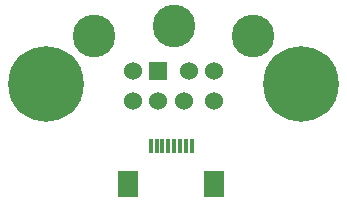
<source format=gts>
%TF.GenerationSoftware,KiCad,Pcbnew,5.1.10-88a1d61d58~89~ubuntu20.04.1*%
%TF.CreationDate,2021-10-06T22:51:07-05:00*%
%TF.ProjectId,portboard_ffc,706f7274-626f-4617-9264-5f6666632e6b,rev?*%
%TF.SameCoordinates,Original*%
%TF.FileFunction,Soldermask,Top*%
%TF.FilePolarity,Negative*%
%FSLAX46Y46*%
G04 Gerber Fmt 4.6, Leading zero omitted, Abs format (unit mm)*
G04 Created by KiCad (PCBNEW 5.1.10-88a1d61d58~89~ubuntu20.04.1) date 2021-10-06 22:51:07*
%MOMM*%
%LPD*%
G01*
G04 APERTURE LIST*
%ADD10C,1.524000*%
%ADD11C,3.601600*%
%ADD12C,6.400000*%
%ADD13R,1.800000X2.200000*%
%ADD14R,0.300000X1.300000*%
G04 APERTURE END LIST*
D10*
%TO.C,J2*%
X67829000Y-41053000D03*
X65629000Y-41053000D03*
X63529000Y-41053000D03*
X70329000Y-41053000D03*
X70329000Y-38553000D03*
X63529000Y-38553000D03*
G36*
G01*
X64867000Y-39264200D02*
X64867000Y-37841800D01*
G75*
G02*
X64917800Y-37791000I50800J0D01*
G01*
X66340200Y-37791000D01*
G75*
G02*
X66391000Y-37841800I0J-50800D01*
G01*
X66391000Y-39264200D01*
G75*
G02*
X66340200Y-39315000I-50800J0D01*
G01*
X64917800Y-39315000D01*
G75*
G02*
X64867000Y-39264200I0J50800D01*
G01*
G37*
X68229000Y-38553000D03*
D11*
X66929000Y-34753000D03*
X60179000Y-35553000D03*
X73679000Y-35553000D03*
%TD*%
D12*
%TO.C,H2*%
X77724000Y-39624000D03*
%TD*%
%TO.C,H1*%
X56134000Y-39624000D03*
%TD*%
D13*
%TO.C,J1*%
X70388500Y-48136000D03*
X63088500Y-48136000D03*
D14*
X64988500Y-44886000D03*
X65488500Y-44886000D03*
X65988500Y-44886000D03*
X66488500Y-44886000D03*
X66988500Y-44886000D03*
X67488500Y-44886000D03*
X67988500Y-44886000D03*
X68488500Y-44886000D03*
%TD*%
M02*

</source>
